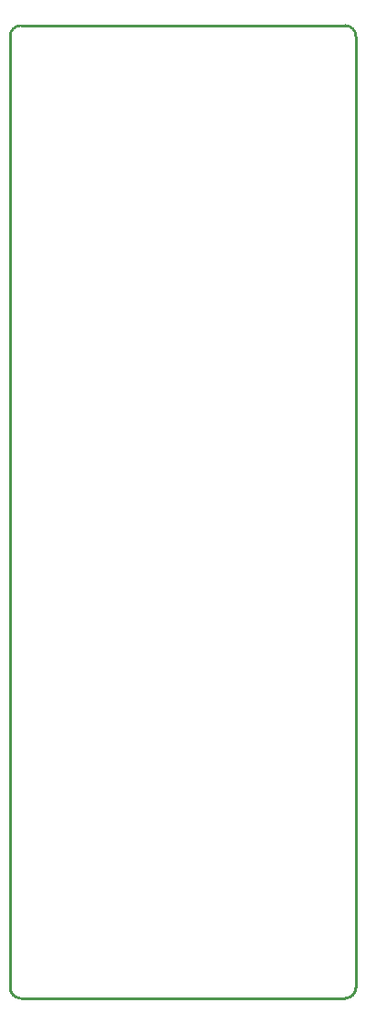
<source format=gko>
G04 Layer: BoardOutline*
G04 EasyEDA v6.3.43, 2020-05-25T13:15:07--4:00*
G04 e579016d1e7f4addb33e082967b8cc68,7404d47bf86b4b15bb797b085195da26,10*
G04 Gerber Generator version 0.2*
G04 Scale: 100 percent, Rotated: No, Reflected: No *
G04 Dimensions in millimeters *
G04 leading zeros omitted , absolute positions ,3 integer and 3 decimal *
%FSLAX33Y33*%
%MOMM*%
G90*
G71D02*

%ADD10C,0.254000*%
G54D10*
G01X32000Y89000D02*
G01X32000Y999D01*
G01X0Y999D02*
G01X0Y89000D01*
G01X999Y90000D02*
G01X31000Y90000D01*
G01X31000Y0D02*
G01X999Y0D01*
G75*
G01X1000Y0D02*
G02X0Y1000I0J1000D01*
G01*
G75*
G01X32000Y1000D02*
G02X31000Y0I-1000J0D01*
G01*
G75*
G01X31000Y90000D02*
G02X32000Y89000I0J-1000D01*
G01*
G75*
G01X0Y89000D02*
G02X1000Y90000I1000J0D01*
G01*

%LPD*%
M00*
M02*

</source>
